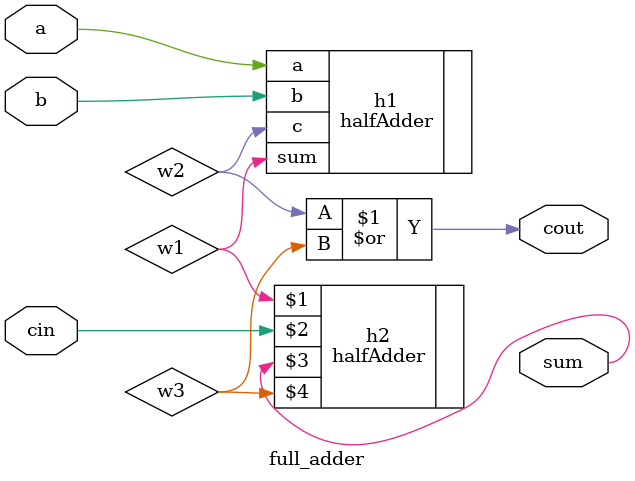
<source format=v>
`timescale 1ns / 1ps
module full_adder (a, b, cin, cout, sum);
    input a, b, cin;				// 3 input bits a, b and cin
    output cout, sum;			    // 2 output bits cout and sum
    wire w1, w2, w3;				// 3 wires to save intermediate outputs

// full_adder using two half adders
    halfAdder h1(.a(a), .b(b), .sum(w1), .c(w2)); 		    // in1 = a, in2 = b, sum = w1, cout = w2
    halfAdder h2(w1, cin, sum, w3);							// in1 = w1, in2 = cin, sum = sum, cout = w3
    or g1(cout, w2, w3);								    // cout = w2 | w3
endmodule

</source>
